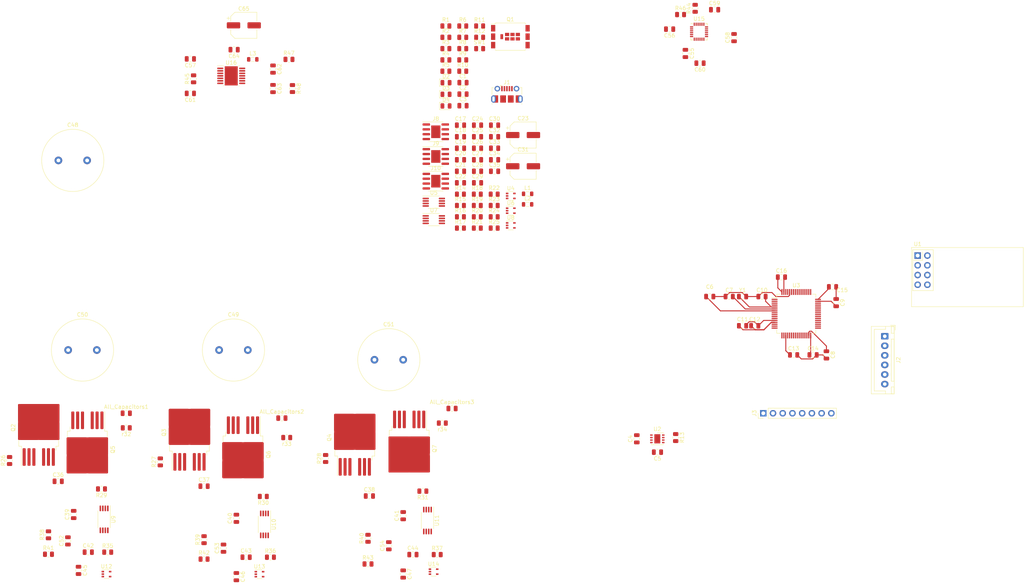
<source format=kicad_pcb>
(kicad_pcb (version 20221018) (generator pcbnew)
  (layers (0 "F.Cu" signal) (31 "B.Cu" signal) (34 "B.Paste" user) (35 "F.Paste" user) (36 "B.SilkS" user "B.Silkscreen") (37 "F.SilkS" user "F.Silkscreen") (38 "B.Mask" user) (39 "F.Mask" user) (44 "Edge.Cuts" user))
  (net 0 "")
  (net 1 "Net-(Q2-G)")
  (net 2 "GND")
  (net 3 "Net-(Q3-G)")
  (net 4 "Net-(Q4-G)")
  (net 5 "VCC")
  (net 6 "/MCU/SERVO")
  (net 7 "/MCU/TEMP_MOTOR")
  (net 8 "+5V")
  (net 9 "Net-(U2-VIO)")
  (net 10 "/MCU/NRST")
  (net 11 "Net-(U3-PH1)")
  (net 12 "Net-(U3-VCAP_1)")
  (net 13 "Net-(U3-VCAP_2)")
  (net 14 "Net-(U3-PH0)")
  (net 15 "+12V")
  (net 16 "Net-(U5-Vcc)")
  (net 17 "/MCU/Voltage_1")
  (net 18 "Net-(U4-IO_XA)")
  (net 19 "Net-(J8-HB)")
  (net 20 "/driver/HS1")
  (net 21 "Net-(U5-SW)")
  (net 22 "Net-(U5-BOOST)")
  (net 23 "Net-(U5-Vfb)")
  (net 24 "/MCU/Voltage_2")
  (net 25 "Net-(U6-IO_XA)")
  (net 26 "Net-(U7-Vcc)")
  (net 27 "Net-(J9-HB)")
  (net 28 "/driver/HS2")
  (net 29 "Net-(U7-SW)")
  (net 30 "Net-(U7-BOOST)")
  (net 31 "Net-(U7-Vfb)")
  (net 32 "/MCU/Voltage_3")
  (net 33 "Net-(U8-IO_XA)")
  (net 34 "Net-(J10-HB)")
  (net 35 "/driver/HS3")
  (net 36 "Net-(U12-OUT{slash}IN_YA)")
  (net 37 "Net-(U13-OUT{slash}IN_YA)")
  (net 38 "Net-(U14-OUT{slash}IN_YA)")
  (net 39 "/MCU/CURRENT_1")
  (net 40 "/MCU/CURRENT_2")
  (net 41 "/MCU/CURRENT_3")
  (net 42 "V_IN")
  (net 43 "/MCU/ADC_TEMP")
  (net 44 "/MCU/ADC_TEMP2")
  (net 45 "/MCU/ADC_TEMP3")
  (net 46 "Net-(D2-K)")
  (net 47 "Net-(D3-K)")
  (net 48 "Net-(D4-K)")
  (net 49 "Net-(U15-CPOUT)")
  (net 50 "Net-(J1-VBUS)")
  (net 51 "Net-(J1-D-)")
  (net 52 "Net-(J1-D+)")
  (net 53 "Net-(J2-Pin_1)")
  (net 54 "Net-(U15-REGOUT)")
  (net 55 "/MCU/LED_RED")
  (net 56 "/MCU/LED_GREEN")
  (net 57 "/MCU/HALL_3")
  (net 58 "/MCU/HALL_2")
  (net 59 "/MCU/HALL_1")
  (net 60 "/MCU/SCK_ADC_EXT")
  (net 61 "/IMU/SDA")
  (net 62 "/driver/HO1")
  (net 63 "/IMU/SCL")
  (net 64 "/MCU/MISO_ADC_EXT2")
  (net 65 "/driver/LO1")
  (net 66 "/driver/HO2")
  (net 67 "/MCU/ADC_15")
  (net 68 "/MCU/H1")
  (net 69 "/driver/LO2")
  (net 70 "/driver/HO3")
  (net 71 "/MCU/L1")
  (net 72 "/MCU/H2")
  (net 73 "/driver/LO3")
  (net 74 "/MCU/L2")
  (net 75 "Net-(D1-A)")
  (net 76 "Net-(Q5-G)")
  (net 77 "Net-(Q6-G)")
  (net 78 "Net-(Q7-G)")
  (net 79 "Net-(J4-Pin_3)")
  (net 80 "/MCU/H3")
  (net 81 "/MCU/L3")
  (net 82 "/CAN/CANH")
  (net 83 "/CAN/CANL")
  (net 84 "/MCU/PC13")
  (net 85 "Net-(U9--)")
  (net 86 "Net-(U10--)")
  (net 87 "Net-(U11--)")
  (net 88 "/power/C_A")
  (net 89 "/power/C_B")
  (net 90 "/power/C_C")
  (net 91 "/MCU/USB_DP")
  (net 92 "/MCU/USB_DM")
  (net 93 "/MCU/AN_IN")
  (net 94 "/MCU/SPI3_CE")
  (net 95 "/MCU/SPI3_CSN")
  (net 97 "/CAN/TXD")
  (net 98 "/CAN/RXD")
  (net 102 "/MCU/SPI3_SCK")
  (net 103 "/MCU/SPI3_MOSI")
  (net 104 "/MCU/SPI3_MISO")
  (net 106 "/MCU/PC9")
  (net 109 "/MCU/SWDIO")
  (net 110 "/MCU/SWCLK")
  (net 111 "/MCU/CURR_FILTER")
  (net 117 "Net-(U16-RON)")
  (net 118 "Net-(U16-SS)")
  (net 120 "Net-(U16-FB)")
  (net 121 "Net-(U16-VCC)")
  (net 122 "Net-(U16-BST)")
  (net 123 "Net-(C62-Pad1)")
  (footprint "Resistor_SMD:R_0805_2012Metric" (layer "F.Cu") (at 133.61 46.59)
    (fp_text reference "R7")
    (fp_text value "220R")
  )
  (footprint "Capacitor_SMD:C_0805_2012Metric" (layer "F.Cu") (at 74.485 187.46 -90)
    (fp_text reference "C46")
    (fp_text value "1n")
  )
  (footprint "Capacitor_SMD:C_0805_2012Metric" (layer "F.Cu") (at 109.22 166.4)
    (fp_text reference "C38")
    (fp_text value "C")
  )
  (footprint "Resistor_SMD:R_0805_2012Metric" (layer "F.Cu") (at 141.82 87.57)
    (fp_text reference "R22")
    (fp_text value "56k")
  )
  (footprint "Sensor_Motion:InvenSense_QFN-24_4x4mm_P0.5mm" (layer "F.Cu") (at 195.33 45.13)
    (fp_text reference "U15")
    (fp_text value "MPU-9150")
  )
  (footprint "Capacitor_THT:C_Radial_D16.0mm_H31.5mm_P7.50mm" (layer "F.Cu") (at 110.55 130.81)
    (fp_text reference "C51")
    (fp_text value "470u_80V")
  )
  (footprint "Capacitor_SMD:C_0805_2012Metric" (layer "F.Cu") (at 66.04 163.83)
    (fp_text reference "C37")
    (fp_text value "C")
  )
  (footprint "Resistor_SMD:R_0805_2012Metric" (layer "F.Cu") (at 133 90.52)
    (fp_text reference "R15")
    (fp_text value "2.2k")
  )
  (footprint "Capacitor_THT:C_Radial_D16.0mm_H31.5mm_P7.50mm" (layer "F.Cu") (at 30.54 128.27)
    (fp_text reference "C50")
    (fp_text value "470u_80V")
  )
  (footprint "Capacitor_SMD:C_0805_2012Metric" (layer "F.Cu") (at 133.02 72.55)
    (fp_text reference "C18")
    (fp_text value "2.2u")
  )
  (footprint "Capacitor_SMD:C_0805_2012Metric" (layer "F.Cu") (at 62.46 52.225 180)
    (fp_text reference "C57")
    (fp_text value "4.7u_100V")
  )
  (footprint "Capacitor_SMD:C_0805_2012Metric" (layer "F.Cu") (at 184.47 154.94 180)
    (fp_text reference "C5")
    (fp_text value "2.2u")
  )
  (footprint "Resistor_SMD:R_0805_2012Metric" (layer "F.Cu") (at 137.41 93.47)
    (fp_text reference "R20")
    (fp_text value "52.3k")
  )
  (footprint "Capacitor_SMD:C_0805_2012Metric" (layer "F.Cu") (at 133.02 78.57)
    (fp_text reference "C20")
    (fp_text value "100n")
  )
  (footprint "Capacitor_SMD:C_0805_2012Metric" (layer "F.Cu") (at 62.46 61.24 180)
    (fp_text reference "C61")
    (fp_text value "10n")
  )
  (footprint "Resistor_SMD:R_0805_2012Metric" (layer "F.Cu") (at 129.2 43.64)
    (fp_text reference "R1")
    (fp_text value "2k2")
  )
  (footprint "Inductor_SMD:L_0805_2012Metric" (layer "F.Cu") (at 150.55 87.47)
    (fp_text reference "L1")
    (fp_text value "22u")
  )
  (footprint "Capacitor_SMD:C_0805_2012Metric" (layer "F.Cu") (at 133.67 58.42)
    (fp_text reference "C1")
    (fp_text value "2.2u")
  )
  (footprint "Package_TO_SOT_SMD:SOT-353_SC-70-5" (layer "F.Cu") (at 146.15 95.72)
    (fp_text reference "U8")
    (fp_text value "MC74VHC1GT66")
  )
  (footprint "Resistor_SMD:R_0805_2012Metric" (layer "F.Cu") (at 141.82 90.52)
    (fp_text reference "R23")
    (fp_text value "2.2k")
  )
  (footprint "Inductor_SMD:L_0805_2012Metric" (layer "F.Cu") (at 78.7625 52.35)
    (fp_text reference "L3")
    (fp_text value "100u")
  )
  (footprint "Resistor_SMD:R_0805_2012Metric" (layer "F.Cu") (at 129.2 55.44)
    (fp_text reference "R5")
    (fp_text value "100R")
  )
  (footprint "Capacitor_SMD:C_0805_2012Metric" (layer "F.Cu") (at 31.985 171.22 90)
    (fp_text reference "C39")
    (fp_text value "2.2u")
  )
  (footprint "Resistor_SMD:R_0805_2012Metric" (layer "F.Cu") (at 25.4 181.61)
    (fp_text reference "R41")
    (fp_text value "10k")
  )
  (footprint "Package_SO:TSSOP-8_4.4x3mm_P0.65mm" (layer "F.Cu") (at 81.81 173.8125 -90)
    (fp_text reference "U10")
    (fp_text value "INA240A4PW")
  )
  (footprint "Capacitor_SMD:C_0805_2012Metric" (layer "F.Cu") (at 187.64 44.45 180)
    (fp_text reference "C56")
    (fp_text value "2.2u")
  )
  (footprint "Capacitor_SMD:C_0805_2012Metric" (layer "F.Cu") (at 191.77 50.8 -90)
    (fp_text reference "C55")
    (fp_text value "2.2u")
  )
  (footprint "Capacitor_SMD:C_0805_2012Metric" (layer "F.Cu") (at 84.05 59.97 -90)
    (fp_text reference "C63")
    (fp_text value "2.2u")
  )
  (footprint "Capacitor_SMD:C_0805_2012Metric" (layer "F.Cu") (at 137.47 69.54)
    (fp_text reference "C24")
    (fp_text value "2.2u")
  )
  (footprint "Package_SO:MSOP-8_3x3mm_P0.65mm" (layer "F.Cu") (at 126.05 94.21)
    (fp_text reference "U7")
    (fp_text value "MCP16311MS")
  )
  (footprint "Package_SO:MSOP-8_3x3mm_P0.65mm" (layer "F.Cu") (at 126.05 89.66)
    (fp_text reference "U5")
    (fp_text value "MCP16311MS")
  )
  (footprint "Resistor_SMD:R_0805_2012Metric" (layer "F.Cu") (at 133 87.57)
    (fp_text reference "R14")
    (fp_text value "56k")
  )
  (footprint "Package_TO_SOT_SMD:SOT-353_SC-70-5" (layer "F.Cu") (at 40.555 186.79)
    (fp_text reference "U12")
    (fp_text value "MC74VHC1GT66")
  )
  (footprint "Resistor_SMD:R_0805_2012Metric" (layer "F.Cu") (at 97.79 156.5975 90)
    (fp_text reference "R28")
    (fp_text value "1R")
  )
  (footprint "Capacitor_SMD:C_0805_2012Metric" (layer "F.Cu") (at 228.6 129.54 -90)
    (fp_text reference "C8")
    (fp_text value "2.2u")
  )
  (footprint "Capacitor_SMD:C_0805_2012Metric" (layer "F.Cu") (at 133.02 75.56)
    (fp_text reference "C19")
    (fp_text value "2.2u")
  )
  (footprint "Resistor_SMD:R_0805_2012Metric" (layer "F.Cu") (at 133 96.42)
    (fp_text reference "R17")
    (fp_text value "10k")
  )
  (footprint "Capacitor_SMD:C_0805_2012Metric" (layer "F.Cu") (at 73.89 49.81 180)
    (fp_text reference "C64")
    (fp_text value "2.2u")
  )
  (footprint "Resistor_SMD:R_0805_2012Metric" (layer "F.Cu") (at 25.4 176.53 90)
    (fp_text reference "R38")
    (fp_text value "NTC 10k")
  )
  (footprint "Package_SO:HTSSOP-14-1EP_4.4x5mm_P0.65mm_EP3.4x5mm_Mask3x3.1mm" (layer "F.Cu") (at 73.14 56.655)
    (fp_text reference "U16")
    (fp_text value "LM5161PWP")
  )
  (footprint "Resistor_SMD:R_0805_2012Metric" (layer "F.Cu") (at 137.41 90.52)
    (fp_text reference "R19")
    (fp_text value "2.2k")
  )
  (footprint "Capacitor_SMD:C_0805_2012Metric" (layer "F.Cu") (at 71.12 180.02 90)
    (fp_text reference "C53")
    (fp_text value "2.2u")
  )
  (footprint "Capacitor_SMD:CP_Elec_6.3x7.7" (layer "F.Cu") (at 149.37 80.26)
    (fp_text reference "C31")
    (fp_text value "100u")
  )
  (footprint "Capacitor_SMD:C_0805_2012Metric" (layer "F.Cu") (at 195.58 53.34 180)
    (fp_text reference "C60")
    (fp_text value "2.2u")
  )
  (footprint "Capacitor_SMD:C_0805_2012Metric" (layer "F.Cu") (at 35.795 181.06)
    (fp_text reference "C42")
    (fp_text value "15n")
  )
  (footprint "Package_TO_SOT_SMD:SOT-353_SC-70-5" (layer "F.Cu") (at 146.15 88.02)
    (fp_text reference "U4")
    (fp_text value "MC74VHC1GT66")
  )
  (footprint "LED_SMD:LED_0805_2012Metric" (layer "F.Cu") (at 129.24 58.435)
    (fp_text reference "D2")
    (fp_text value "BLUE")
  )
  (footprint "Connector_JST:JST_XH_B6B-XH-A_1x06_P2.50mm_Vertical" (layer "F.Cu") (at 243.84 124.66 -90)
    (fp_text reference "J2")
    (fp_text value "Conn_01x06")
  )
  (footprint "Capacitor_SMD:C_0805_2012Metric" (layer "F.Cu") (at 114.3 179.39 90)
    (fp_text reference "C54")
    (fp_text value "2.2u")
  )
  (footprint "Capacitor_SMD:C_0805_2012Metric" (layer "F.Cu") (at 225.11 129.54)
    (fp_text reference "C14")
    (fp_text value "2.2u")
  )
  (footprint "LED_SMD:LED_0805_2012Metric" (layer "F.Cu") (at 129.24 64.515)
    (fp_text reference "D4")
    (fp_text value "GREEN")
  )
  (footprint "Capacitor_SMD:C_0805_2012Metric" (layer "F.Cu") (at 77.025 182.38)
    (fp_text reference "C43")
    (fp_text value "15n")
  )
  (footprint "Resistor_SMD:R_0805_2012Metric" (layer "F.Cu") (at 133.61 43.64)
    (fp_text reference "R6")
    (fp_text value "0R")
  )
  (footprint "Package_TO_SOT_SMD:TO-263-6" (layer "F.Cu") (at 105.41 151.13 90)
    (fp_text reference "Q4")
    (fp_text value "IPB039N10N3G")
  )
  (footprint "Package_TO_SOT_SMD:TO-263-6" (layer "F.Cu") (at 62.23 149.83 90)
    (fp_text reference "Q3")
    (fp_text value "IPB039N10N3G")
  )
  (footprint "Resistor_SMD:R_0805_2012Metric" (layer "F.Cu") (at 87.63 151.13 180)
    (fp_text reference "r33")
    (fp_text value "1R")
  )
  (footprint "Package_TO_SOT_SMD:TO-263-6" (layer "F.Cu") (at 35.56 154.275 -90)
    (fp_text reference "Q5")
    (fp_text value "IPB039N10N3G")
  )
  (footprint "LED_SMD:LED_0805_2012Metric" (layer "F.Cu") (at 129.24 61.475)
    (fp_text reference "D3")
    (fp_text value "RED")
  )
  (footprint "Resistor_SMD:R_0805_2012Metric" (layer "F.Cu") (at 141.82 96.42)
    (fp_text reference "R25")
    (fp_text value "2.2k")
  )
  (footprint "Capacitor_SMD:C_0805_2012Metric" (layer "F.Cu") (at 206.69 121.92)
    (fp_text reference "C11")
    (fp_text value "2.2u")
  )
  (footprint "Capacitor_SMD:C_0805_2012Metric" (layer "F.Cu") (at 137.47 78.57)
    (fp_text reference "C27")
    (fp_text value "2.2u")
  )
  (footprint "Package_TO_SOT_SMD:TO-263-6" (layer "F.Cu") (at 22.86 148.56 90)
    (fp_text reference "Q2")
    (fp_text value "IPB039N10N3G")
  )
  (footprint "Resistor_SMD:R_0805_2012Metric" (layer "F.Cu") (at 129.2 52.49)
    (fp_text reference "R4")
    (fp_text value "2k2")
  )
  (footprint "Resistor_SMD:R_0805_2012Metric" (layer "F.Cu") (at 190.5 40.64)
    (fp_text reference "R46")
    (fp_text value "1k")
  )
  (footprint "Capacitor_SMD:C_0805_2012Metric" (layer "F.Cu") (at 199.39 39.37)
    (fp_text reference "C59")
    (fp_text value "100n")
  )
  (footprint "Resistor_SMD:R_0805_2012Metric" (layer "F.Cu") (at 133.61 49.54)
    (fp_text reference "R8")
    (fp_text value "220R")
  )
  (footprint "Package_SO:SOIC-8-1EP_3.9x4.9mm_P1.27mm_EP2.41x3.3mm" (layer "F.Cu") (at 126.57 71.26)
    (fp_text reference "J8")
    (fp_text value "UCC27210DDA")
  )
  (footprint "Capacitor_SMD:C_0805_2012Metric" (layer "F.Cu") (at 45.72 144.78)
    (fp_text reference "All_Capacitors1")
    (fp_text value "4.7u_100V")
  )
  (footprint "Capacitor_SMD:C_0805_2012Metric" (layer "F.Cu") (at 86.36 146.05)
    (fp_text reference "All_Capacitors2")
    (fp_text value "4.7u_100V")
  )
  (footprint "Capacitor_SMD:C_0805_2012Metric" (layer "F.Cu") (at 198.12 114.3)
    (fp_text reference "C6")
    (fp_text value "100n")
  )
  (footprint "Capacitor_SMD:C_0805_2012Metric" (layer "F.Cu") (at 216.85 109.22)
    (fp_text reference "C16")
    (fp_text value "2.2u")
  )
  (footprint "Resistor_SMD:R_0805_2012Metric" (layer "F.Cu") (at 129.2 49.54)
    (fp_text reference "R3")
    (fp_text value "2k2")
  )
  (footprint "Resistor_SMD:R_0805_2012Metric" (layer "F.Cu") (at 54.61 157.48 90)
    (fp_text reference "R27")
    (fp_text value "1R")
  )
  (footprint "Capacitor_SMD:C_0805_2012Metric" (layer "F.Cu") (at 137.47 72.55)
    (fp_text reference "C25")
    (fp_text value "100n")
  )
  (footprint "Resistor_SMD:R_0805_2012Metric" (layer "F.Cu") (at 138.02 46.59)
    (fp_text reference "R12")
    (fp_text value "220R")
  )
  (footprint "Package_TO_SOT_SMD:SOT-353_SC-70-5" (layer "F.Cu") (at 80.515 186.81)
    (fp_text reference "U13")
    (fp_text value "MC74VHC1GT66")
  )
  (footprint "Capacitor_SMD:C_0805_2012Metric" (layer "F.Cu") (at 179.07 151.45 90)
    (fp_text reference "C4")
    (fp_text value "2.2u")
  )
  (footprint "Resistor_SMD:R_0805_2012Metric" (layer "F.Cu") (at 137.41 96.42)
    (fp_text reference "R21")
    (fp_text value "10k")
  )
  (footprint "Capacitor_SMD:C_0805_2012Metric" (layer "F.Cu") (at 130.81 143.54)
    (fp_text reference "All_Capacitors3")
    (fp_text value "4.7u_100V")
  )
  (footprint "Capacitor_SMD:C_0805_2012Metric" (layer "F.Cu") (at 133.02 69.54)
    (fp_text reference "C17")
    (fp_text value "2.2u")
  )
  (footprint "Resistor_SMD:R_0805_2012Metric" (layer "F.Cu") (at 194.31 39.0125 90)
    (fp_text reference "R44")
    (fp_text value "1k")
  )
  (footprint "Resistor_SMD:R_0805_2012Metric" (layer "F.Cu") (at 81.515 166.515 180)
    (fp_text reference "R30")
    (fp_text value "0.005")
  )
  (footprint "Resistor_SMD:R_0805_2012Metric" (layer "F.Cu") (at 108.8625 177.4425 90)
    (fp_text reference "R40")
    (fp_text value "NTC 10k")
  )
  (footprint "Capacitor_SMD:C_0805_2012Metric" (layer "F.Cu") (at 141.92 75.56)
    (fp_text reference "C33")
    (fp_text value "2.2u")
  )
  (footprint "Capacitor_SMD:C_0805_2012Metric" (layer "F.Cu") (at 141.92 78.57)
    (fp_text reference "C34")
    (fp_text value "2.2u")
  )
  (footprint "Capacitor_SMD:C_0805_2012Metric" (layer "F.Cu") (at 84.05 54.89 -90)
    (fp_text reference "C62")
    (fp_text value "100n")
  )
  (footprint "Capacitor_SMD:C_0805_2012Metric" (layer "F.Cu") (at 120.59 181.6925)
    (fp_text reference "C44")
    (fp_text value "15n")
  )
  (footprint "Package_DirectFET:DirectFET_L6" (layer "F.Cu") (at 146.05 46.42)
    (fp_text reference "Q1")
    (fp_text value "MOFSET_N")
  )
  (footprint "Capacitor_SMD:C_0805_2012Metric" (layer "F.Cu") (at 137.47 75.56)
    (fp_text reference "C26")
    (fp_text value "2.2u")
  )
  (footprint "Inductor_SMD:L_0805_2012Metric" (layer "F.Cu") (at 150.55 90.22)
    (fp_text reference "L2")
    (fp_text value "22u")
  )
  (footprint "Package_TO_SOT_SMD:SOT-353_SC-70-5" (layer "F.Cu") (at 125.99 186.1525)
    (fp_text reference "U14")
    (fp_text value "MC74VHC1GT66")
  )
  (footprint "Capacitor_SMD:C_0805_2012Metric" (layer "F.Cu") (at 133.67 61.43)
    (fp_text reference "C2")
    (fp_text value "100n")
  )
  (footprint "Resistor_SMD:R_0805_2012Metric" (layer "F.Cu") (at 66.04 182.88)
    (fp_text reference "R42")
    (fp_text value "10k")
  )
  (footprint "Resistor_SMD:R_0805_2012Metric" (layer "F.Cu") (at 89.13 59.97 -90)
    (fp_text reference "R48")
    (fp_text value "2k")
  )
  (footprint "Capacitor_SMD:CP_Elec_6.3x7.7" (layer "F.Cu") (at 76.43 43.46)
    (fp_text reference "C65")
    (fp_text value "22u_16V")
  )
  (footprint "Capacitor_SMD:C_0805_2012Metric" (layer "F.Cu") (at 133.02 81.58)
    (fp_text reference "C21")
    (fp_text value "100n")
  )
  (footprint "Package_TO_SOT_SMD:TO-263-6" (layer "F.Cu") (at 119.615 154.045 -90)
    (fp_text reference "Q7")
    (fp_text value "IPB039N10N3G")
  )
  (footprint "RF_Module:nRF24L01_Breakout" (layer "F.Cu") (at 252.43 103.595)
    (fp_text reference "U1")
    (fp_text value "NRF24L01_Breakout")
  )
  (footprint "Capacitor_SMD:C_0805_2012Metric" (layer "F.Cu") (at 141.92 81.58)
    (fp_text reference "C35")
    (fp_text value "100n")
  )
  (footprint "Capacitor_SMD:C_0805_2012Metric" (layer "F.Cu") (at 33.255 185.82 -90)
    (fp_text reference "C45")
    (fp_text value "1n")
  )
  (footprint "Connector_USB:USB_Micro-B_Molex-105017-0001" (layer "F.Cu") (at 145.15 61.46)
    (fp_text reference "J1")
    (fp_text value "USB_A")
  )
  (footprint "Capacitor_THT:C_Radial_D16.0mm_H31.5mm_P7.50mm" (layer "F.Cu") (at 69.97 128.27)
    (fp_text reference "C49")
    (fp_text value "470u_80V")
  )
  (footprint "Resistor_SMD:R_0805_2012Metric" (layer "F.Cu") (at 133 93.47)
    (fp_text reference "R16")
    (fp_text value "52.3k")
  )
  (footprint "Package_QFP:LQFP-64_10x10mm_P0.5mm" (layer "F.Cu") (at 220.73 118.785)
    (fp_text reference "U3")
    (fp_text value "STM32F405RGTx")
  )
  (footprint "Resistor_SMD:R_0805_2012Metric" (layer "F.Cu") (at 141.82 93.47)
    (fp_text reference "R24")
    (fp_text value "56k")
  )
  (footprint "Resistor_SMD:R_0805_2012Metric" (layer "F.Cu") (at 40.875 181.06)
    (fp_text reference "R35")
    (fp_text value "1k")
  )
  (footprint "Capacitor_SMD:CP_Elec_6.3x7.7" (layer "F.Cu") (at 149.37 72.11)
    (fp_text reference "C23")
    (fp_text value "100u")
  )
  (footprint "Capacitor_SMD:C_0805_2012Metric" (layer "F.Cu") (at 211.77 114.3)
    (fp_text reference "C10")
    (fp_text value "15p")
  )
  (footprint "Resistor_SMD:R_0805_2012Metric" (layer "F.Cu") (at 137.41 87.57)
    (fp_text reference "R18")
    (fp_text value "56k")
  )
  (footprint "Capacitor_SMD:C_0805_2012Metric" (layer "F.Cu") (at 209.87 121.92)
    (fp_text reference "C12")
    (fp_text value "2.2u")
  )
  (footprint "Capacitor_SMD:C_0805_2012Metric" (layer "F.Cu") (at 118.05 171.5325 90)
    (fp_text reference "C41")
    (fp_text value "2.2u")
  )
  (footprint "Resistor_SMD:R_0805_2012Metric" (layer "F.Cu") (at 138.02 49.54)
    (fp_text reference "SW1")
    (fp_text value "SW_SPDT")
  )
  (footprint "Resistor_SMD:R_0805_2012Metric" (layer "F.Cu") (at 15.24 157.1225 90)
    (fp_text reference "R26")
    (fp_text value "1R")
  )
  (footprint "Resistor_SMD:R_0805_2012Metric" (layer "F.Cu") (at 129.2 46.59)
    (fp_text reference "R2")
    (fp_text value "2k2")
  )
  (footprint "Resistor_SMD:R_0805_2012Metric" (layer "F.Cu") (at 66.04 177.8 90)
    (fp_text reference "R39")
    (fp_text value "NTC 10k")
  )
  (footprint "Package_SO:TSSOP-8_4.4x3mm_P0.65mm" (layer "F.Cu") (at 39.93 172.4925 -90)
    (fp_text reference "U9")
    (fp_text value "INA240A4PW")
  )
  (footprint "Resistor_SMD:R_0805_2012Metric" (layer "F.Cu") (at 83.375 182.38)
    (fp_text reference "R36")
    (fp_text value "1k")
  )
  (footprint "Package_TO_SOT_SMD:SOT-353_SC-70-5" (layer "F.Cu") (at 146.15 91.87)
    (fp_text reference "U6")
    (fp_text value "MC74VHC1GT66")
  )
  (footprint "Capacitor_SMD:C_0805_2012Metric" (layer "F.Cu") (at 206.69 114.3)
    (fp_text reference "Y1")
    (fp_text value "~")
  )
  (footprint "Capacitor_SMD:C_0805_2012Metric" (layer "F.Cu") (at 204.47 46.67 90)
    (fp_text reference "C58")
    (fp_text value "2.2u")
  )
  (footprint "Capacitor_SMD:C_0805_2012Metric" (layer "F.Cu") (at 118.05 186.7725 -90)
    (fp_text reference "C47")
    (fp_text value "1n")
  )
  (footprint "Resistor_SMD:R_0805_2012Metric" (layer "F.Cu") (at 63.3025 57.43 90)
    (fp_text reference "R45")
    (fp_text value "402k")
  )
  (footprint "Resistor_SMD:R_0805_2012Metric" (layer "F.Cu") (at 45.72 148.59 180)
    (fp_text reference "r32")
    (fp_text value "1R")
  )
  (footprint "Capacitor_SMD:C_0805_2012Metric" (layer "F.Cu") (at 133.02 84.59)
    (fp_text reference "C22")
    (fp_text value "100n")
  )
  (footprint "Capacitor_SMD:C_0805_2012Metric" (layer "F.Cu") (at 137.47 81.58)
    (fp_text reference "C28")
    (fp_text value "2.2u")
  )
  (footprint "Package_SO:TSSOP-8_4.4x3mm_P0.65mm" (layer "F.Cu") (at 124.4 172.8025 -90)
    (fp_text reference "U11")
    (fp_text value "INA240A4PW")
  )
  (footprint "Package_SO:SOIC-8-1EP_3.9x4.9mm_P1.27mm_EP2.41x3.3mm" (layer "F.Cu") (at 126.57 84.16)
    (fp_text reference "J10")
    (fp_text value "UCC27210DDA")
  )
  (footprint "Capacitor_SMD:C_0805_2012Metric" (layer "F.Cu") (at 141.92 69.54)
    (fp_text reference "C30")
    (fp_text value "100n")
  )
  (footprint "Resistor_SMD:R_0805_2012Metric" (layer "F.Cu") (at 39.2475 164.55 180)
    (fp_text reference "R29")
    (fp_text value "0.005")
  )
  (footprint "Resistor_SMD:R_0805_2012Metric" (layer "F.Cu") (at 123.19 165.13 180)
    (fp_text reference "R31")
    (fp_text value "0.005")
  )
  (footprint "Capacitor_SMD:C_0805_2012Metric" (layer "F.Cu") (at 203.2 114.3)
    (fp_text reference "C7")
    (fp_text value "15p")
  )
  (footprint "Package_SO:SOIC-8-1EP_3.9x4.9mm_P1.27mm_EP2.41x3.3mm" (layer "F.Cu") (at 126.57 77.71)
    (fp_text reference "J9")
    (fp_text value "UCC27210DDA")
  )
  (footprint "Resistor_SMD:R_0805_2012Metric" (layer "F.Cu") (at 108.8625 184.15)
    (fp_text reference "R43")
    (fp_text value "10k")
  )
  (footprint "Resistor_SMD:R_0805_2012Metric" (layer "F.Cu") (at 133.61 52.49)
    (fp_text reference "R9")
    (fp_text value "10k")
  )
  (footprint "Capacitor_SMD:C_0805_2012Metric" (layer "F.Cu") (at 133.67 64.44)
    (fp_text reference "C3")
    (fp_text value "100n")
  )
  (footprint "Capacitor_SMD:C_0805_2012Metric" (layer "F.Cu") (at 137.47 84.59)
    (fp_text reference "C29")
    (fp_text value "100n")
  )
  (footprint "Resistor_SMD:R_0805_2012Metric" (layer "F.Cu") (at 126.94 181.6925)
    (fp_text reference "R37")
    (fp_text value "1k")
  )
  (footprint "Resistor_SMD:R_0805_2012Metric" (layer "F.Cu") (at 128.27 147.35 180)
    (fp_text reference "r34")
    (fp_text value "1R")
  )
  (footprint "Resistor_SMD:R_0805_2012Metric" (layer "F.Cu") (at 189.23 151.13 -90)
    (fp_text reference "R13")
    (fp_text value "220R")
  )
  (footprint "Connector_PinHeader_2.54mm:PinHeader_1x08_P2.54mm_Vertical" (layer "F.Cu") (at 212.105 144.78 90)
    (fp_text reference "J3")
    (fp_text value "COMM")
  )
  (footprint "Capacitor_THT:C_Radial_D16.0mm_H31.5mm_P7.50mm" (layer "F.Cu") (at 28 78.74)
    (fp_text reference "C48")
    (fp_text value "470u_80V")
  )
  (footprint "Capacitor_SMD:C_0805_2012Metric" (layer "F.Cu") (at 27.94 162.56)
    (fp_text reference "C36")
    (fp_text value "C")
  )
  (footprint "Capacitor_SMD:C_0805_2012Metric" (layer "F.Cu") (at 231.14 115.89 -90)
    (fp_text reference "C9")
    (fp_text value "2.2u")
  )
  (footprint "Resistor_SMD:R_0805_2012Metric" (layer "F.Cu") (at 133.61 55.44)
    (fp_text reference "R10")
    (fp_text value "1k")
  )
  (footprint "Capacitor_SMD:C_0805_2012Metric" (layer "F.Cu") (at 141.92 72.55)
    (fp_text reference "C32")
    (fp_text value "100n")
  )
  (footprint "Capacitor_SMD:C_0805_2012Metric" (layer "F.Cu") (at 30.48 178.12 90)
    (fp_text reference "C52")
    (fp_text value "2.2u")
  )
  (footprint "Package_DFN_QFN:DFN-8-1EP_3x3mm_P0.65mm_EP1.55x2.4mm" (layer "F.Cu") (at 184.43 151.455)
    (fp_text reference "U2")
    (fp_text value "TJA1051TK-3")
  )
  (footprint "Capacitor_SMD:C_0805_2012Metric" (layer "F.Cu") (at 220.03 129.54)
    (fp_text reference "C13")
    (fp_text value "2.2u")
  )
  (footprint "Package_TO_SOT_SMD:TO-263-6" (layer "F.Cu") (at 76.2 155.545 -90)
    (fp_text reference "Q6")
    (fp_text value "IPB039N10N3G")
  )
  (footprint "Resistor_SMD:R_0805_2012Metric" (layer "F.Cu") (at 138.02 43.64)
    (fp_text reference "R11")
    (fp_text value "220R")
  )
  (footprint "Capacitor_SMD:C_0805_2012Metric" (layer "F.Cu") (at 230.19 111.76)
    (fp_text reference "C15")
    (fp_text value "2.2u")
  )
  (footprint "Capacitor_SMD:C_0805_2012Metric" (layer "F.Cu") (at 74.485 172.22 90)
    (fp_text reference "C40")
    (fp_text value "2.2u")
  )
  (footprint "Resistor_SMD:R_0805_2012Metric" (layer "F.Cu") (at 88.2175 52.35)
    (fp_text reference "R47")
    (fp_text value "10k")
  )
  (segment (start 227.65 129.54) (end 226.06 129.54) (width 0.25) (layer "F.Cu") (net 2))
  (segment (start 218.98 113.950685) (end 218.98 113.11) (width 0.25) (layer "F.Cu") (net 2))
  (segment (start 226.06 129.54) (end 225.01 130.59) (width 0.25) (layer "F.Cu") (net 2))
  (segment (start 228.6 130.49) (end 227.65 129.54) (width 0.25) (layer "F.Cu") (net 2))
  (segment (start 217.48 109.54) (end 217.48 113.11) (width 0.25) (layer "F.Cu") (net 2))
  (segment (start 207.64 121.661827) (end 208.431827 120.87) (width 0.25) (layer "F.Cu") (net 2))
  (segment (start 207.64 121.92) (end 207.64 121.661827) (width 0.25) (layer "F.Cu") (net 2))
  (segment (start 210.82 121.92) (end 212.205 120.535) (width 0.25) (layer "F.Cu") (net 2))
  (segment (start 211.87 113.25) (end 214.35 113.25) (width 0.25) (layer "F.Cu") (net 2))
  (segment (start 218.630685 114.3) (end 218.98 113.950685) (width 0.25) (layer "F.Cu") (net 2))
  (segment (start 217.8 109.22) (end 217.48 109.54) (width 0.25) (layer "F.Cu") (net 2))
  (segment (start 215.4 114.3) (end 218.630685 114.3) (width 0.25) (layer "F.Cu") (net 2))
  (segment (start 199.07 114.3) (end 202.25 114.3) (width 0.25) (layer "F.Cu") (net 2))
  (segment (start 222.03 130.59) (end 220.98 129.54) (width 0.25) (layer "F.Cu") (net 2))
  (segment (start 203.3 113.25) (end 206.59 113.25) (width 0.25) (layer "F.Cu") (net 2))
  (segment (start 209.77 120.87) (end 210.82 121.92) (width 0.25) (layer "F.Cu") (net 2))
  (segment (start 208.431827 120.87) (end 209.77 120.87) (width 0.25) (layer "F.Cu") (net 2))
  (segment (start 225.01 130.59) (end 222.03 130.59) (width 0.25) (layer "F.Cu") (net 2))
  (segment (start 207.64 114.3) (end 210.82 114.3) (width 0.25) (layer "F.Cu") (net 2))
  (segment (start 206.59 113.25) (end 207.64 114.3) (width 0.25) (layer "F.Cu") (net 2))
  (segment (start 212.205 120.535) (end 215.055 120.535) (width 0.25) (layer "F.Cu") (net 2))
  (segment (start 214.35 113.25) (end 215.4 114.3) (width 0.25) (layer "F.Cu") (net 2))
  (segment (start 231.14 114.94) (end 231.14 111.76) (width 0.25) (layer "F.Cu") (net 2))
  (segment (start 202.25 114.3) (end 203.3 113.25) (width 0.25) (layer "F.Cu") (net 2))
  (segment (start 210.82 114.3) (end 211.87 113.25) (width 0.25) (layer "F.Cu") (net 2))
  (segment (start 214.214314 121.035) (end 215.055 121.035) (width 0.25) (layer "F.Cu") (net 5))
  (segment (start 217.98 128.44) (end 217.98 124.46) (width 0.25) (layer "F.Cu") (net 5))
  (segment (start 212.279315 122.97) (end 214.214315 121.035) (width 0.25) (layer "F.Cu") (net 5))
  (segment (start 212.279314 122.97) (end 214.214314 121.035) (width 0.25) (layer "F.Cu") (net 5))
  (segment (start 224.16 129.54) (end 224.48 129.22) (width 0.25) (layer "F.Cu") (net 5))
  (segment (start 209.97 122.97) (end 212.279315 122.97) (width 0.25) (layer "F.Cu") (net 5))
  (segment (start 214.214315 121.035) (end 215.055 121.035) (width 0.25) (layer "F.Cu") (net 5))
  (segment (start 224.48 129.22) (end 224.48 124.46) (width 0.25) (layer "F.Cu") (net 5))
  (segment (start 229.24 112.2) (end 226.405 115.035) (width 0.25) (layer "F.Cu") (net 5))
  (segment (start 215.9 112.03) (end 216.98 113.11) (width 0.25) (layer "F.Cu") (net 5))
  (segment (start 208.92 121.92) (end 209.97 122.97) (width 0.25) (layer "F.Cu") (net 5))
  (segment (start 219.08 129.54) (end 217.98 128.44) (width 0.25) (layer "F.Cu") (net 5))
  (segment (start 229.24 111.76) (end 229.24 112.2) (width 0.25) (layer "F.Cu") (net 5))
  (segment (start 215.9 109.22) (end 215.9 112.03) (width 0.25) (layer "F.Cu") (net 5))
  (segment (start 205.74 121.92) (end 206.79 122.97) (width 0.25) (layer "F.Cu") (net 5))
  (segment (start 206.79 122.97) (end 212.279314 122.97) (width 0.25) (layer "F.Cu") (net 5))
  (segment (start 197.17 114.3) (end 200.905 118.035) (width 0.25) (layer "F.Cu") (net 10))
  (segment (start 200.905 118.035) (end 215.055 118.035) (width 0.25) (layer "F.Cu") (net 10))
  (segment (start 207.385 117.535) (end 215.055 117.535) (width 0.25) (layer "F.Cu") (net 11))
  (segment (start 204.15 114.3) (end 207.385 117.535) (width 0.25) (layer "F.Cu") (net 11))
  (segment (start 223.98 123.619315) (end 223.98 124.46) (width 0.25) (layer "F.Cu") (net 12))
  (segment (start 228.6 127.239315) (end 224.720685 123.36) (width 0.25) (layer "F.Cu") (net 12))
  (segment (start 228.6 128.59) (end 228.6 127.239315) (width 0.25) (layer "F.Cu") (net 12))
  (segment (start 224.239315 123.36) (end 223.98 123.619315) (width 0.25) (layer "F.Cu") (net 12))
  (segment (start 224.720685 123.36) (end 224.239315 123.36) (width 0.25) (layer "F.Cu") (net 12))
  (segment (start 231.14 116.84) (end 229.835 115.535) (width 0.25) (layer "F.Cu") (net 13))
  (segment (start 229.835 115.535) (end 226.405 115.535) (width 0.25) (layer "F.Cu") (net 13))
  (segment (start 205.74 114.3) (end 208.475 117.035) (width 0.25) (layer "F.Cu") (net 14))
  (segment (start 214.214315 117.035) (end 215.055 117.035) (width 0.25) (layer "F.Cu") (net 14))
  (segment (start 212.72 115.540685) (end 214.214315 117.035) (width 0.25) (layer "F.Cu") (net 14))
  (segment (start 212.72 114.3) (end 212.72 115.540685) (width 0.25) (layer "F.Cu") (net 14))
  (segment (start 208.475 117.035) (end 215.055 117.035) (width 0.25) (layer "F.Cu") (net 14))
)
</source>
